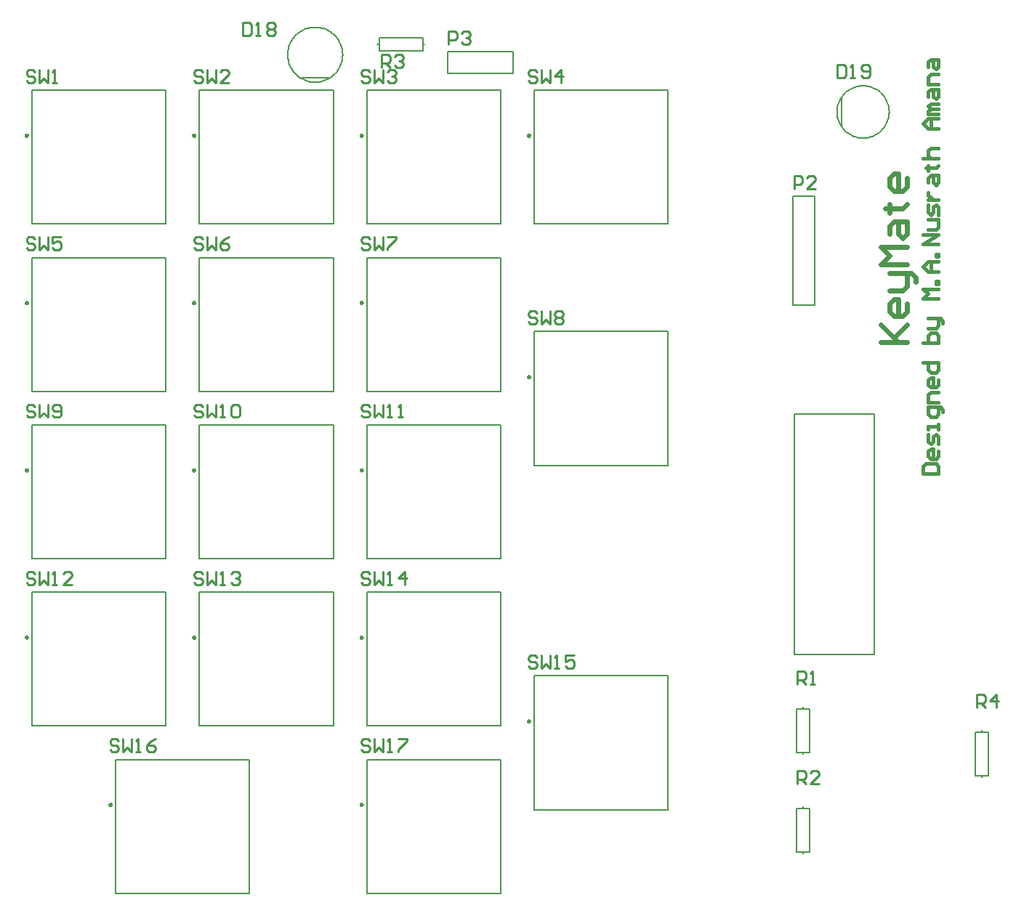
<source format=gto>
%FSTAX23Y23*%
%MOIN*%
%SFA1B1*%

%IPPOS*%
%ADD10C,0.009843*%
%ADD11C,0.005905*%
%ADD12C,0.007874*%
%ADD13C,0.017874*%
%ADD14C,0.021811*%
%ADD15C,0.010000*%
%LNpcb1-1*%
%LPD*%
G54D10*
X01125Y03679D02*
D01*
X01125Y03679*
X01125Y0368*
X01125Y0368*
X01125Y0368*
X01125Y03681*
X01125Y03681*
X01125Y03681*
X01125Y03682*
X01124Y03682*
X01124Y03682*
X01124Y03682*
X01124Y03683*
X01123Y03683*
X01123Y03683*
X01123Y03683*
X01123Y03683*
X01122Y03684*
X01122Y03684*
X01122Y03684*
X01121Y03684*
X01121Y03684*
X01121Y03684*
X0112*
X0112Y03684*
X0112Y03684*
X01119Y03684*
X01119Y03684*
X01119Y03684*
X01118Y03683*
X01118Y03683*
X01118Y03683*
X01117Y03683*
X01117Y03683*
X01117Y03682*
X01117Y03682*
X01116Y03682*
X01116Y03682*
X01116Y03681*
X01116Y03681*
X01116Y03681*
X01116Y0368*
X01116Y0368*
X01115Y0368*
X01115Y03679*
X01115Y03679*
X01115Y03679*
X01115Y03678*
X01116Y03678*
X01116Y03678*
X01116Y03677*
X01116Y03677*
X01116Y03677*
X01116Y03676*
X01116Y03676*
X01117Y03676*
X01117Y03676*
X01117Y03675*
X01117Y03675*
X01118Y03675*
X01118Y03675*
X01118Y03675*
X01119Y03674*
X01119Y03674*
X01119Y03674*
X0112Y03674*
X0112Y03674*
X0112Y03674*
X01121*
X01121Y03674*
X01121Y03674*
X01122Y03674*
X01122Y03674*
X01122Y03674*
X01123Y03675*
X01123Y03675*
X01123Y03675*
X01123Y03675*
X01124Y03675*
X01124Y03676*
X01124Y03676*
X01124Y03676*
X01125Y03676*
X01125Y03677*
X01125Y03677*
X01125Y03677*
X01125Y03678*
X01125Y03678*
X01125Y03678*
X01125Y03679*
X01125Y03679*
X01893Y02911D02*
D01*
X01893Y02912*
X01893Y02912*
X01893Y02912*
X01893Y02913*
X01893Y02913*
X01893Y02913*
X01892Y02914*
X01892Y02914*
X01892Y02914*
X01892Y02914*
X01892Y02915*
X01891Y02915*
X01891Y02915*
X01891Y02915*
X01891Y02916*
X0189Y02916*
X0189Y02916*
X0189Y02916*
X01889Y02916*
X01889Y02916*
X01889Y02916*
X01888Y02916*
X01888*
X01888Y02916*
X01887Y02916*
X01887Y02916*
X01887Y02916*
X01886Y02916*
X01886Y02916*
X01886Y02916*
X01885Y02915*
X01885Y02915*
X01885Y02915*
X01885Y02915*
X01884Y02914*
X01884Y02914*
X01884Y02914*
X01884Y02914*
X01884Y02913*
X01883Y02913*
X01883Y02913*
X01883Y02912*
X01883Y02912*
X01883Y02912*
X01883Y02911*
X01883Y02911*
X01883Y02911*
X01883Y0291*
X01883Y0291*
X01883Y0291*
X01884Y02909*
X01884Y02909*
X01884Y02909*
X01884Y02908*
X01884Y02908*
X01885Y02908*
X01885Y02908*
X01885Y02907*
X01885Y02907*
X01886Y02907*
X01886Y02907*
X01886Y02907*
X01887Y02907*
X01887Y02907*
X01887Y02906*
X01888Y02906*
X01888Y02906*
X01888*
X01889Y02906*
X01889Y02906*
X01889Y02907*
X0189Y02907*
X0189Y02907*
X0189Y02907*
X01891Y02907*
X01891Y02907*
X01891Y02907*
X01891Y02908*
X01892Y02908*
X01892Y02908*
X01892Y02908*
X01892Y02909*
X01892Y02909*
X01893Y02909*
X01893Y0291*
X01893Y0291*
X01893Y0291*
X01893Y02911*
X01893Y02911*
X01893Y02911*
Y01376D02*
D01*
X01893Y01376*
X01893Y01377*
X01893Y01377*
X01893Y01377*
X01893Y01378*
X01893Y01378*
X01892Y01378*
X01892Y01378*
X01892Y01379*
X01892Y01379*
X01892Y01379*
X01891Y0138*
X01891Y0138*
X01891Y0138*
X01891Y0138*
X0189Y0138*
X0189Y0138*
X0189Y01381*
X01889Y01381*
X01889Y01381*
X01889Y01381*
X01888Y01381*
X01888*
X01888Y01381*
X01887Y01381*
X01887Y01381*
X01887Y01381*
X01886Y0138*
X01886Y0138*
X01886Y0138*
X01885Y0138*
X01885Y0138*
X01885Y0138*
X01885Y01379*
X01884Y01379*
X01884Y01379*
X01884Y01378*
X01884Y01378*
X01884Y01378*
X01883Y01378*
X01883Y01377*
X01883Y01377*
X01883Y01377*
X01883Y01376*
X01883Y01376*
X01883Y01376*
X01883Y01375*
X01883Y01375*
X01883Y01375*
X01883Y01374*
X01884Y01374*
X01884Y01374*
X01884Y01373*
X01884Y01373*
X01884Y01373*
X01885Y01372*
X01885Y01372*
X01885Y01372*
X01885Y01372*
X01886Y01372*
X01886Y01371*
X01886Y01371*
X01887Y01371*
X01887Y01371*
X01887Y01371*
X01888Y01371*
X01888Y01371*
X01888*
X01889Y01371*
X01889Y01371*
X01889Y01371*
X0189Y01371*
X0189Y01371*
X0189Y01371*
X01891Y01372*
X01891Y01372*
X01891Y01372*
X01891Y01372*
X01892Y01372*
X01892Y01373*
X01892Y01373*
X01892Y01373*
X01892Y01374*
X01893Y01374*
X01893Y01374*
X01893Y01375*
X01893Y01375*
X01893Y01375*
X01893Y01376*
X01893Y01376*
X01125Y02144D02*
D01*
X01125Y02144*
X01125Y02144*
X01125Y02145*
X01125Y02145*
X01125Y02145*
X01125Y02146*
X01125Y02146*
X01125Y02146*
X01124Y02146*
X01124Y02147*
X01124Y02147*
X01124Y02147*
X01123Y02147*
X01123Y02148*
X01123Y02148*
X01123Y02148*
X01122Y02148*
X01122Y02148*
X01122Y02148*
X01121Y02148*
X01121Y02148*
X01121Y02149*
X0112*
X0112Y02148*
X0112Y02148*
X01119Y02148*
X01119Y02148*
X01119Y02148*
X01118Y02148*
X01118Y02148*
X01118Y02148*
X01117Y02147*
X01117Y02147*
X01117Y02147*
X01117Y02147*
X01116Y02146*
X01116Y02146*
X01116Y02146*
X01116Y02146*
X01116Y02145*
X01116Y02145*
X01116Y02145*
X01115Y02144*
X01115Y02144*
X01115Y02144*
X01115Y02143*
X01115Y02143*
X01116Y02143*
X01116Y02142*
X01116Y02142*
X01116Y02142*
X01116Y02141*
X01116Y02141*
X01116Y02141*
X01117Y0214*
X01117Y0214*
X01117Y0214*
X01117Y0214*
X01118Y0214*
X01118Y02139*
X01118Y02139*
X01119Y02139*
X01119Y02139*
X01119Y02139*
X0112Y02139*
X0112Y02139*
X0112Y02139*
X01121*
X01121Y02139*
X01121Y02139*
X01122Y02139*
X01122Y02139*
X01122Y02139*
X01123Y02139*
X01123Y02139*
X01123Y0214*
X01123Y0214*
X01124Y0214*
X01124Y0214*
X01124Y0214*
X01124Y02141*
X01125Y02141*
X01125Y02141*
X01125Y02142*
X01125Y02142*
X01125Y02142*
X01125Y02143*
X01125Y02143*
X01125Y02143*
X01125Y02144*
X00358Y02911D02*
D01*
X00358Y02912*
X00358Y02912*
X00357Y02912*
X00357Y02913*
X00357Y02913*
X00357Y02913*
X00357Y02914*
X00357Y02914*
X00357Y02914*
X00356Y02914*
X00356Y02915*
X00356Y02915*
X00356Y02915*
X00355Y02915*
X00355Y02916*
X00355Y02916*
X00354Y02916*
X00354Y02916*
X00354Y02916*
X00354Y02916*
X00353Y02916*
X00353Y02916*
X00352*
X00352Y02916*
X00352Y02916*
X00351Y02916*
X00351Y02916*
X00351Y02916*
X0035Y02916*
X0035Y02916*
X0035Y02915*
X0035Y02915*
X00349Y02915*
X00349Y02915*
X00349Y02914*
X00349Y02914*
X00348Y02914*
X00348Y02914*
X00348Y02913*
X00348Y02913*
X00348Y02913*
X00348Y02912*
X00348Y02912*
X00348Y02912*
X00348Y02911*
X00348Y02911*
X00348Y02911*
X00348Y0291*
X00348Y0291*
X00348Y0291*
X00348Y02909*
X00348Y02909*
X00348Y02909*
X00349Y02908*
X00349Y02908*
X00349Y02908*
X00349Y02908*
X0035Y02907*
X0035Y02907*
X0035Y02907*
X0035Y02907*
X00351Y02907*
X00351Y02907*
X00351Y02907*
X00352Y02906*
X00352Y02906*
X00352Y02906*
X00353*
X00353Y02906*
X00354Y02906*
X00354Y02907*
X00354Y02907*
X00354Y02907*
X00355Y02907*
X00355Y02907*
X00355Y02907*
X00356Y02907*
X00356Y02908*
X00356Y02908*
X00356Y02908*
X00357Y02908*
X00357Y02909*
X00357Y02909*
X00357Y02909*
X00357Y0291*
X00357Y0291*
X00357Y0291*
X00358Y02911*
X00358Y02911*
X00358Y02911*
Y03679D02*
D01*
X00358Y03679*
X00358Y0368*
X00357Y0368*
X00357Y0368*
X00357Y03681*
X00357Y03681*
X00357Y03681*
X00357Y03682*
X00357Y03682*
X00356Y03682*
X00356Y03682*
X00356Y03683*
X00356Y03683*
X00355Y03683*
X00355Y03683*
X00355Y03683*
X00354Y03684*
X00354Y03684*
X00354Y03684*
X00354Y03684*
X00353Y03684*
X00353Y03684*
X00352*
X00352Y03684*
X00352Y03684*
X00351Y03684*
X00351Y03684*
X00351Y03684*
X0035Y03683*
X0035Y03683*
X0035Y03683*
X0035Y03683*
X00349Y03683*
X00349Y03682*
X00349Y03682*
X00349Y03682*
X00348Y03682*
X00348Y03681*
X00348Y03681*
X00348Y03681*
X00348Y0368*
X00348Y0368*
X00348Y0368*
X00348Y03679*
X00348Y03679*
X00348Y03679*
X00348Y03678*
X00348Y03678*
X00348Y03678*
X00348Y03677*
X00348Y03677*
X00348Y03677*
X00348Y03676*
X00349Y03676*
X00349Y03676*
X00349Y03676*
X00349Y03675*
X0035Y03675*
X0035Y03675*
X0035Y03675*
X0035Y03675*
X00351Y03674*
X00351Y03674*
X00351Y03674*
X00352Y03674*
X00352Y03674*
X00352Y03674*
X00353*
X00353Y03674*
X00354Y03674*
X00354Y03674*
X00354Y03674*
X00354Y03674*
X00355Y03675*
X00355Y03675*
X00355Y03675*
X00356Y03675*
X00356Y03675*
X00356Y03676*
X00356Y03676*
X00357Y03676*
X00357Y03676*
X00357Y03677*
X00357Y03677*
X00357Y03677*
X00357Y03678*
X00357Y03678*
X00358Y03678*
X00358Y03679*
X00358Y03679*
Y04447D02*
D01*
X00358Y04447*
X00358Y04447*
X00357Y04448*
X00357Y04448*
X00357Y04448*
X00357Y04449*
X00357Y04449*
X00357Y04449*
X00357Y0445*
X00356Y0445*
X00356Y0445*
X00356Y0445*
X00356Y04451*
X00355Y04451*
X00355Y04451*
X00355Y04451*
X00354Y04451*
X00354Y04451*
X00354Y04452*
X00354Y04452*
X00353Y04452*
X00353Y04452*
X00352*
X00352Y04452*
X00352Y04452*
X00351Y04452*
X00351Y04451*
X00351Y04451*
X0035Y04451*
X0035Y04451*
X0035Y04451*
X0035Y04451*
X00349Y0445*
X00349Y0445*
X00349Y0445*
X00349Y0445*
X00348Y04449*
X00348Y04449*
X00348Y04449*
X00348Y04448*
X00348Y04448*
X00348Y04448*
X00348Y04447*
X00348Y04447*
X00348Y04447*
X00348Y04446*
X00348Y04446*
X00348Y04446*
X00348Y04445*
X00348Y04445*
X00348Y04445*
X00348Y04444*
X00348Y04444*
X00349Y04444*
X00349Y04444*
X00349Y04443*
X00349Y04443*
X0035Y04443*
X0035Y04443*
X0035Y04442*
X0035Y04442*
X00351Y04442*
X00351Y04442*
X00351Y04442*
X00352Y04442*
X00352Y04442*
X00352Y04442*
X00353*
X00353Y04442*
X00354Y04442*
X00354Y04442*
X00354Y04442*
X00354Y04442*
X00355Y04442*
X00355Y04442*
X00355Y04443*
X00356Y04443*
X00356Y04443*
X00356Y04443*
X00356Y04444*
X00357Y04444*
X00357Y04444*
X00357Y04444*
X00357Y04445*
X00357Y04445*
X00357Y04445*
X00357Y04446*
X00358Y04446*
X00358Y04446*
X00358Y04447*
Y02144D02*
D01*
X00358Y02144*
X00358Y02144*
X00357Y02145*
X00357Y02145*
X00357Y02145*
X00357Y02146*
X00357Y02146*
X00357Y02146*
X00357Y02146*
X00356Y02147*
X00356Y02147*
X00356Y02147*
X00356Y02147*
X00355Y02148*
X00355Y02148*
X00355Y02148*
X00354Y02148*
X00354Y02148*
X00354Y02148*
X00354Y02148*
X00353Y02148*
X00353Y02149*
X00352*
X00352Y02148*
X00352Y02148*
X00351Y02148*
X00351Y02148*
X00351Y02148*
X0035Y02148*
X0035Y02148*
X0035Y02148*
X0035Y02147*
X00349Y02147*
X00349Y02147*
X00349Y02147*
X00349Y02146*
X00348Y02146*
X00348Y02146*
X00348Y02146*
X00348Y02145*
X00348Y02145*
X00348Y02145*
X00348Y02144*
X00348Y02144*
X00348Y02144*
X00348Y02143*
X00348Y02143*
X00348Y02143*
X00348Y02142*
X00348Y02142*
X00348Y02142*
X00348Y02141*
X00348Y02141*
X00349Y02141*
X00349Y0214*
X00349Y0214*
X00349Y0214*
X0035Y0214*
X0035Y0214*
X0035Y02139*
X0035Y02139*
X00351Y02139*
X00351Y02139*
X00351Y02139*
X00352Y02139*
X00352Y02139*
X00352Y02139*
X00353*
X00353Y02139*
X00354Y02139*
X00354Y02139*
X00354Y02139*
X00354Y02139*
X00355Y02139*
X00355Y02139*
X00355Y0214*
X00356Y0214*
X00356Y0214*
X00356Y0214*
X00356Y0214*
X00357Y02141*
X00357Y02141*
X00357Y02141*
X00357Y02142*
X00357Y02142*
X00357Y02142*
X00357Y02143*
X00358Y02143*
X00358Y02143*
X00358Y02144*
X01125Y02911D02*
D01*
X01125Y02912*
X01125Y02912*
X01125Y02912*
X01125Y02913*
X01125Y02913*
X01125Y02913*
X01125Y02914*
X01125Y02914*
X01124Y02914*
X01124Y02914*
X01124Y02915*
X01124Y02915*
X01123Y02915*
X01123Y02915*
X01123Y02916*
X01123Y02916*
X01122Y02916*
X01122Y02916*
X01122Y02916*
X01121Y02916*
X01121Y02916*
X01121Y02916*
X0112*
X0112Y02916*
X0112Y02916*
X01119Y02916*
X01119Y02916*
X01119Y02916*
X01118Y02916*
X01118Y02916*
X01118Y02915*
X01117Y02915*
X01117Y02915*
X01117Y02915*
X01117Y02914*
X01116Y02914*
X01116Y02914*
X01116Y02914*
X01116Y02913*
X01116Y02913*
X01116Y02913*
X01116Y02912*
X01115Y02912*
X01115Y02912*
X01115Y02911*
X01115Y02911*
X01115Y02911*
X01116Y0291*
X01116Y0291*
X01116Y0291*
X01116Y02909*
X01116Y02909*
X01116Y02909*
X01116Y02908*
X01117Y02908*
X01117Y02908*
X01117Y02908*
X01117Y02907*
X01118Y02907*
X01118Y02907*
X01118Y02907*
X01119Y02907*
X01119Y02907*
X01119Y02907*
X0112Y02906*
X0112Y02906*
X0112Y02906*
X01121*
X01121Y02906*
X01121Y02906*
X01122Y02907*
X01122Y02907*
X01122Y02907*
X01123Y02907*
X01123Y02907*
X01123Y02907*
X01123Y02907*
X01124Y02908*
X01124Y02908*
X01124Y02908*
X01124Y02908*
X01125Y02909*
X01125Y02909*
X01125Y02909*
X01125Y0291*
X01125Y0291*
X01125Y0291*
X01125Y02911*
X01125Y02911*
X01125Y02911*
X01893Y02144D02*
D01*
X01893Y02144*
X01893Y02144*
X01893Y02145*
X01893Y02145*
X01893Y02145*
X01893Y02146*
X01892Y02146*
X01892Y02146*
X01892Y02146*
X01892Y02147*
X01892Y02147*
X01891Y02147*
X01891Y02147*
X01891Y02148*
X01891Y02148*
X0189Y02148*
X0189Y02148*
X0189Y02148*
X01889Y02148*
X01889Y02148*
X01889Y02148*
X01888Y02149*
X01888*
X01888Y02148*
X01887Y02148*
X01887Y02148*
X01887Y02148*
X01886Y02148*
X01886Y02148*
X01886Y02148*
X01885Y02148*
X01885Y02147*
X01885Y02147*
X01885Y02147*
X01884Y02147*
X01884Y02146*
X01884Y02146*
X01884Y02146*
X01884Y02146*
X01883Y02145*
X01883Y02145*
X01883Y02145*
X01883Y02144*
X01883Y02144*
X01883Y02144*
X01883Y02143*
X01883Y02143*
X01883Y02143*
X01883Y02142*
X01883Y02142*
X01884Y02142*
X01884Y02141*
X01884Y02141*
X01884Y02141*
X01884Y0214*
X01885Y0214*
X01885Y0214*
X01885Y0214*
X01885Y0214*
X01886Y02139*
X01886Y02139*
X01886Y02139*
X01887Y02139*
X01887Y02139*
X01887Y02139*
X01888Y02139*
X01888Y02139*
X01888*
X01889Y02139*
X01889Y02139*
X01889Y02139*
X0189Y02139*
X0189Y02139*
X0189Y02139*
X01891Y02139*
X01891Y0214*
X01891Y0214*
X01891Y0214*
X01892Y0214*
X01892Y0214*
X01892Y02141*
X01892Y02141*
X01892Y02141*
X01893Y02142*
X01893Y02142*
X01893Y02142*
X01893Y02143*
X01893Y02143*
X01893Y02143*
X01893Y02144*
X02661Y04447D02*
D01*
X02661Y04447*
X02661Y04447*
X02661Y04448*
X02661Y04448*
X0266Y04448*
X0266Y04449*
X0266Y04449*
X0266Y04449*
X0266Y0445*
X0266Y0445*
X02659Y0445*
X02659Y0445*
X02659Y04451*
X02659Y04451*
X02658Y04451*
X02658Y04451*
X02658Y04451*
X02657Y04451*
X02657Y04452*
X02657Y04452*
X02656Y04452*
X02656Y04452*
X02656*
X02655Y04452*
X02655Y04452*
X02655Y04452*
X02654Y04451*
X02654Y04451*
X02654Y04451*
X02653Y04451*
X02653Y04451*
X02653Y04451*
X02653Y0445*
X02652Y0445*
X02652Y0445*
X02652Y0445*
X02652Y04449*
X02651Y04449*
X02651Y04449*
X02651Y04448*
X02651Y04448*
X02651Y04448*
X02651Y04447*
X02651Y04447*
X02651Y04447*
X02651Y04446*
X02651Y04446*
X02651Y04446*
X02651Y04445*
X02651Y04445*
X02651Y04445*
X02651Y04444*
X02652Y04444*
X02652Y04444*
X02652Y04444*
X02652Y04443*
X02653Y04443*
X02653Y04443*
X02653Y04443*
X02653Y04442*
X02654Y04442*
X02654Y04442*
X02654Y04442*
X02655Y04442*
X02655Y04442*
X02655Y04442*
X02656Y04442*
X02656*
X02656Y04442*
X02657Y04442*
X02657Y04442*
X02657Y04442*
X02658Y04442*
X02658Y04442*
X02658Y04442*
X02659Y04443*
X02659Y04443*
X02659Y04443*
X02659Y04443*
X0266Y04444*
X0266Y04444*
X0266Y04444*
X0266Y04444*
X0266Y04445*
X0266Y04445*
X02661Y04445*
X02661Y04446*
X02661Y04446*
X02661Y04446*
X02661Y04447*
X01893D02*
D01*
X01893Y04447*
X01893Y04447*
X01893Y04448*
X01893Y04448*
X01893Y04448*
X01893Y04449*
X01892Y04449*
X01892Y04449*
X01892Y0445*
X01892Y0445*
X01892Y0445*
X01891Y0445*
X01891Y04451*
X01891Y04451*
X01891Y04451*
X0189Y04451*
X0189Y04451*
X0189Y04451*
X01889Y04452*
X01889Y04452*
X01889Y04452*
X01888Y04452*
X01888*
X01888Y04452*
X01887Y04452*
X01887Y04452*
X01887Y04451*
X01886Y04451*
X01886Y04451*
X01886Y04451*
X01885Y04451*
X01885Y04451*
X01885Y0445*
X01885Y0445*
X01884Y0445*
X01884Y0445*
X01884Y04449*
X01884Y04449*
X01884Y04449*
X01883Y04448*
X01883Y04448*
X01883Y04448*
X01883Y04447*
X01883Y04447*
X01883Y04447*
X01883Y04446*
X01883Y04446*
X01883Y04446*
X01883Y04445*
X01883Y04445*
X01884Y04445*
X01884Y04444*
X01884Y04444*
X01884Y04444*
X01884Y04444*
X01885Y04443*
X01885Y04443*
X01885Y04443*
X01885Y04443*
X01886Y04442*
X01886Y04442*
X01886Y04442*
X01887Y04442*
X01887Y04442*
X01887Y04442*
X01888Y04442*
X01888Y04442*
X01888*
X01889Y04442*
X01889Y04442*
X01889Y04442*
X0189Y04442*
X0189Y04442*
X0189Y04442*
X01891Y04442*
X01891Y04443*
X01891Y04443*
X01891Y04443*
X01892Y04443*
X01892Y04444*
X01892Y04444*
X01892Y04444*
X01892Y04444*
X01893Y04445*
X01893Y04445*
X01893Y04445*
X01893Y04446*
X01893Y04446*
X01893Y04446*
X01893Y04447*
X01125D02*
D01*
X01125Y04447*
X01125Y04447*
X01125Y04448*
X01125Y04448*
X01125Y04448*
X01125Y04449*
X01125Y04449*
X01125Y04449*
X01124Y0445*
X01124Y0445*
X01124Y0445*
X01124Y0445*
X01123Y04451*
X01123Y04451*
X01123Y04451*
X01123Y04451*
X01122Y04451*
X01122Y04451*
X01122Y04452*
X01121Y04452*
X01121Y04452*
X01121Y04452*
X0112*
X0112Y04452*
X0112Y04452*
X01119Y04452*
X01119Y04451*
X01119Y04451*
X01118Y04451*
X01118Y04451*
X01118Y04451*
X01117Y04451*
X01117Y0445*
X01117Y0445*
X01117Y0445*
X01116Y0445*
X01116Y04449*
X01116Y04449*
X01116Y04449*
X01116Y04448*
X01116Y04448*
X01116Y04448*
X01115Y04447*
X01115Y04447*
X01115Y04447*
X01115Y04446*
X01115Y04446*
X01116Y04446*
X01116Y04445*
X01116Y04445*
X01116Y04445*
X01116Y04444*
X01116Y04444*
X01116Y04444*
X01117Y04444*
X01117Y04443*
X01117Y04443*
X01117Y04443*
X01118Y04443*
X01118Y04442*
X01118Y04442*
X01119Y04442*
X01119Y04442*
X01119Y04442*
X0112Y04442*
X0112Y04442*
X0112Y04442*
X01121*
X01121Y04442*
X01121Y04442*
X01122Y04442*
X01122Y04442*
X01122Y04442*
X01123Y04442*
X01123Y04442*
X01123Y04443*
X01123Y04443*
X01124Y04443*
X01124Y04443*
X01124Y04444*
X01124Y04444*
X01125Y04444*
X01125Y04444*
X01125Y04445*
X01125Y04445*
X01125Y04445*
X01125Y04446*
X01125Y04446*
X01125Y04446*
X01125Y04447*
X02661Y03339D02*
D01*
X02661Y0334*
X02661Y0334*
X02661Y0334*
X02661Y03341*
X0266Y03341*
X0266Y03341*
X0266Y03342*
X0266Y03342*
X0266Y03342*
X0266Y03343*
X02659Y03343*
X02659Y03343*
X02659Y03343*
X02659Y03344*
X02658Y03344*
X02658Y03344*
X02658Y03344*
X02657Y03344*
X02657Y03344*
X02657Y03344*
X02656Y03344*
X02656Y03344*
X02656*
X02655Y03344*
X02655Y03344*
X02655Y03344*
X02654Y03344*
X02654Y03344*
X02654Y03344*
X02653Y03344*
X02653Y03344*
X02653Y03343*
X02653Y03343*
X02652Y03343*
X02652Y03343*
X02652Y03342*
X02652Y03342*
X02651Y03342*
X02651Y03341*
X02651Y03341*
X02651Y03341*
X02651Y0334*
X02651Y0334*
X02651Y0334*
X02651Y03339*
X02651Y03339*
X02651Y03339*
X02651Y03338*
X02651Y03338*
X02651Y03338*
X02651Y03337*
X02651Y03337*
X02652Y03337*
X02652Y03337*
X02652Y03336*
X02652Y03336*
X02653Y03336*
X02653Y03336*
X02653Y03335*
X02653Y03335*
X02654Y03335*
X02654Y03335*
X02654Y03335*
X02655Y03335*
X02655Y03335*
X02655Y03335*
X02656Y03335*
X02656*
X02656Y03335*
X02657Y03335*
X02657Y03335*
X02657Y03335*
X02658Y03335*
X02658Y03335*
X02658Y03335*
X02659Y03335*
X02659Y03336*
X02659Y03336*
X02659Y03336*
X0266Y03336*
X0266Y03337*
X0266Y03337*
X0266Y03337*
X0266Y03337*
X0266Y03338*
X02661Y03338*
X02661Y03338*
X02661Y03339*
X02661Y03339*
X02661Y03339*
X01893Y03679D02*
D01*
X01893Y03679*
X01893Y0368*
X01893Y0368*
X01893Y0368*
X01893Y03681*
X01893Y03681*
X01892Y03681*
X01892Y03682*
X01892Y03682*
X01892Y03682*
X01892Y03682*
X01891Y03683*
X01891Y03683*
X01891Y03683*
X01891Y03683*
X0189Y03683*
X0189Y03684*
X0189Y03684*
X01889Y03684*
X01889Y03684*
X01889Y03684*
X01888Y03684*
X01888*
X01888Y03684*
X01887Y03684*
X01887Y03684*
X01887Y03684*
X01886Y03684*
X01886Y03683*
X01886Y03683*
X01885Y03683*
X01885Y03683*
X01885Y03683*
X01885Y03682*
X01884Y03682*
X01884Y03682*
X01884Y03682*
X01884Y03681*
X01884Y03681*
X01883Y03681*
X01883Y0368*
X01883Y0368*
X01883Y0368*
X01883Y03679*
X01883Y03679*
X01883Y03679*
X01883Y03678*
X01883Y03678*
X01883Y03678*
X01883Y03677*
X01884Y03677*
X01884Y03677*
X01884Y03676*
X01884Y03676*
X01884Y03676*
X01885Y03676*
X01885Y03675*
X01885Y03675*
X01885Y03675*
X01886Y03675*
X01886Y03675*
X01886Y03674*
X01887Y03674*
X01887Y03674*
X01887Y03674*
X01888Y03674*
X01888Y03674*
X01888*
X01889Y03674*
X01889Y03674*
X01889Y03674*
X0189Y03674*
X0189Y03674*
X0189Y03675*
X01891Y03675*
X01891Y03675*
X01891Y03675*
X01891Y03675*
X01892Y03676*
X01892Y03676*
X01892Y03676*
X01892Y03676*
X01892Y03677*
X01893Y03677*
X01893Y03677*
X01893Y03678*
X01893Y03678*
X01893Y03678*
X01893Y03679*
X01893Y03679*
X02661Y0176D02*
D01*
X02661Y0176*
X02661Y0176*
X02661Y01761*
X02661Y01761*
X0266Y01761*
X0266Y01762*
X0266Y01762*
X0266Y01762*
X0266Y01763*
X0266Y01763*
X02659Y01763*
X02659Y01763*
X02659Y01764*
X02659Y01764*
X02658Y01764*
X02658Y01764*
X02658Y01764*
X02657Y01764*
X02657Y01765*
X02657Y01765*
X02656Y01765*
X02656Y01765*
X02656*
X02655Y01765*
X02655Y01765*
X02655Y01765*
X02654Y01764*
X02654Y01764*
X02654Y01764*
X02653Y01764*
X02653Y01764*
X02653Y01764*
X02653Y01763*
X02652Y01763*
X02652Y01763*
X02652Y01763*
X02652Y01762*
X02651Y01762*
X02651Y01762*
X02651Y01761*
X02651Y01761*
X02651Y01761*
X02651Y0176*
X02651Y0176*
X02651Y0176*
X02651Y01759*
X02651Y01759*
X02651Y01759*
X02651Y01758*
X02651Y01758*
X02651Y01758*
X02651Y01757*
X02652Y01757*
X02652Y01757*
X02652Y01757*
X02652Y01756*
X02653Y01756*
X02653Y01756*
X02653Y01756*
X02653Y01755*
X02654Y01755*
X02654Y01755*
X02654Y01755*
X02655Y01755*
X02655Y01755*
X02655Y01755*
X02656Y01755*
X02656*
X02656Y01755*
X02657Y01755*
X02657Y01755*
X02657Y01755*
X02658Y01755*
X02658Y01755*
X02658Y01755*
X02659Y01756*
X02659Y01756*
X02659Y01756*
X02659Y01756*
X0266Y01757*
X0266Y01757*
X0266Y01757*
X0266Y01757*
X0266Y01758*
X0266Y01758*
X02661Y01758*
X02661Y01759*
X02661Y01759*
X02661Y01759*
X02661Y0176*
X00741Y01376D02*
D01*
X00741Y01376*
X00741Y01377*
X00741Y01377*
X00741Y01377*
X00741Y01378*
X00741Y01378*
X00741Y01378*
X00741Y01378*
X0074Y01379*
X0074Y01379*
X0074Y01379*
X0074Y0138*
X0074Y0138*
X00739Y0138*
X00739Y0138*
X00739Y0138*
X00738Y0138*
X00738Y01381*
X00738Y01381*
X00737Y01381*
X00737Y01381*
X00737Y01381*
X00736*
X00736Y01381*
X00736Y01381*
X00735Y01381*
X00735Y01381*
X00735Y0138*
X00734Y0138*
X00734Y0138*
X00734Y0138*
X00733Y0138*
X00733Y0138*
X00733Y01379*
X00733Y01379*
X00733Y01379*
X00732Y01378*
X00732Y01378*
X00732Y01378*
X00732Y01378*
X00732Y01377*
X00732Y01377*
X00732Y01377*
X00732Y01376*
X00732Y01376*
X00732Y01376*
X00732Y01375*
X00732Y01375*
X00732Y01375*
X00732Y01374*
X00732Y01374*
X00732Y01374*
X00732Y01373*
X00733Y01373*
X00733Y01373*
X00733Y01372*
X00733Y01372*
X00733Y01372*
X00734Y01372*
X00734Y01372*
X00734Y01371*
X00735Y01371*
X00735Y01371*
X00735Y01371*
X00736Y01371*
X00736Y01371*
X00736Y01371*
X00737*
X00737Y01371*
X00737Y01371*
X00738Y01371*
X00738Y01371*
X00738Y01371*
X00739Y01371*
X00739Y01372*
X00739Y01372*
X0074Y01372*
X0074Y01372*
X0074Y01372*
X0074Y01373*
X0074Y01373*
X00741Y01373*
X00741Y01374*
X00741Y01374*
X00741Y01374*
X00741Y01375*
X00741Y01375*
X00741Y01375*
X00741Y01376*
X00741Y01376*
G54D11*
X01803Y04817D02*
D01*
X01802Y04826*
X01801Y04835*
X018Y04843*
X01798Y04852*
X01795Y0486*
X01792Y04868*
X01788Y04876*
X01784Y04884*
X01779Y04891*
X01773Y04898*
X01767Y04905*
X01761Y04911*
X01754Y04916*
X01747Y04922*
X0174Y04926*
X01732Y0493*
X01724Y04934*
X01716Y04937*
X01707Y04939*
X01699Y04941*
X0169Y04943*
X01681Y04943*
X01672*
X01663Y04943*
X01655Y04941*
X01646Y04939*
X01638Y04937*
X01629Y04934*
X01621Y0493*
X01614Y04926*
X01606Y04922*
X01599Y04916*
X01592Y04911*
X01586Y04905*
X0158Y04898*
X01575Y04891*
X0157Y04884*
X01565Y04876*
X01562Y04868*
X01558Y0486*
X01556Y04852*
X01553Y04843*
X01552Y04835*
X01551Y04826*
X01551Y04817*
X01551Y04808*
X01552Y048*
X01553Y04791*
X01556Y04782*
X01558Y04774*
X01562Y04766*
X01565Y04758*
X0157Y0475*
X01575Y04743*
X0158Y04736*
X01586Y0473*
X01592Y04724*
X01599Y04718*
X01606Y04713*
X01614Y04708*
X01621Y04704*
X01629Y047*
X01638Y04697*
X01646Y04695*
X01655Y04693*
X01663Y04692*
X01672Y04691*
X01681*
X0169Y04692*
X01699Y04693*
X01707Y04695*
X01716Y04697*
X01724Y047*
X01732Y04704*
X0174Y04708*
X01747Y04713*
X01754Y04718*
X01761Y04724*
X01767Y0473*
X01773Y04736*
X01779Y04743*
X01784Y0475*
X01788Y04758*
X01792Y04766*
X01795Y04774*
X01798Y04782*
X018Y04791*
X01801Y048*
X01802Y04808*
X01803Y04817*
X0431Y04555D02*
D01*
X04309Y04563*
X04309Y04571*
X04307Y0458*
X04305Y04588*
X04302Y04596*
X04299Y04603*
X04296Y04611*
X04291Y04618*
X04287Y04625*
X04282Y04632*
X04276Y04638*
X0427Y04644*
X04264Y04649*
X04257Y04654*
X0425Y04659*
X04242Y04663*
X04235Y04666*
X04227Y04669*
X04219Y04671*
X04211Y04673*
X04202Y04674*
X04194Y04675*
X04185*
X04177Y04674*
X04169Y04673*
X04161Y04671*
X04153Y04669*
X04145Y04666*
X04137Y04663*
X0413Y04659*
X04123Y04654*
X04116Y04649*
X04109Y04644*
X04103Y04638*
X04098Y04632*
X04093Y04625*
X04088Y04618*
X04084Y04611*
X0408Y04603*
X04077Y04596*
X04074Y04588*
X04072Y0458*
X04071Y04571*
X0407Y04563*
X0407Y04555*
X0407Y04546*
X04071Y04538*
X04072Y0453*
X04074Y04522*
X04077Y04514*
X0408Y04506*
X04084Y04498*
X04088Y04491*
X04093Y04484*
X04098Y04477*
X04103Y04471*
X04109Y04465*
X04116Y0446*
X04123Y04455*
X0413Y04451*
X04137Y04447*
X04145Y04443*
X04153Y0444*
X04161Y04438*
X04169Y04436*
X04177Y04435*
X04185Y04435*
X04194*
X04202Y04435*
X04211Y04436*
X04219Y04438*
X04227Y0444*
X04235Y04443*
X04242Y04447*
X0425Y04451*
X04257Y04455*
X04264Y0446*
X0427Y04465*
X04276Y04471*
X04282Y04477*
X04287Y04484*
X04291Y04491*
X04296Y04498*
X04299Y04506*
X04302Y04514*
X04305Y04522*
X04307Y0453*
X04309Y04538*
X04309Y04546*
X0431Y04555*
G54D12*
X02283Y04731D02*
Y04831D01*
X02583*
Y04731D02*
Y04831D01*
X02283Y04731D02*
X02583D01*
X01146Y03272D02*
Y03886D01*
Y03272D02*
X0176D01*
Y03886*
X01146D02*
X0176D01*
X01914Y02504D02*
Y03118D01*
Y02504D02*
X02528D01*
Y03118*
X01914D02*
X02528D01*
X01914Y00969D02*
Y01583D01*
Y00969D02*
X02528D01*
Y01583*
X01914D02*
X02528D01*
X01146Y01737D02*
Y02351D01*
Y01737D02*
X0176D01*
Y02351*
X01146D02*
X0176D01*
X00378Y02504D02*
Y03118D01*
Y02504D02*
X00992D01*
Y03118*
X00378D02*
X00992D01*
X00378Y03272D02*
Y03886D01*
Y03272D02*
X00992D01*
Y03886*
X00378D02*
X00992D01*
X00378Y0404D02*
Y04654D01*
Y0404D02*
X00992D01*
Y04654*
X00378D02*
X00992D01*
X00378Y01737D02*
Y02351D01*
Y01737D02*
X00992D01*
Y02351*
X00378D02*
X00992D01*
X01961Y04866D02*
X0197D01*
X0217D02*
X02179D01*
X0197D02*
Y04896D01*
X0217*
Y04836D02*
Y04896D01*
X0197Y04836D02*
X0217D01*
X0197D02*
Y04866D01*
X01614Y0471D02*
X0174D01*
X01146Y02504D02*
Y03118D01*
Y02504D02*
X0176D01*
Y03118*
X01146D02*
X0176D01*
X03873Y03169D02*
X04242D01*
Y02066D02*
Y03169D01*
X03873Y02066D02*
X04242D01*
X03873D02*
Y03169D01*
X04092Y04492D02*
Y04618D01*
X04706Y01709D02*
X04736D01*
X04706Y01509D02*
Y01709D01*
Y01509D02*
X04766D01*
Y01709*
X04736D02*
X04766D01*
X04736Y015D02*
Y01509D01*
Y01709D02*
Y01718D01*
X01914Y02351D02*
X02528D01*
Y01737D02*
Y02351D01*
X01914Y01737D02*
X02528D01*
X01914D02*
Y02351D01*
X03867Y03667D02*
X03967D01*
X03867D02*
Y04167D01*
X03967Y03667D02*
Y04167D01*
X03867D02*
X03967D01*
X03883Y01816D02*
X03913D01*
X03883Y01616D02*
Y01816D01*
Y01616D02*
X03943D01*
Y01816*
X03913D02*
X03943D01*
X03913Y01607D02*
Y01616D01*
Y01816D02*
Y01825D01*
X02681Y04654D02*
X03296D01*
Y0404D02*
Y04654D01*
X02681Y0404D02*
X03296D01*
X02681D02*
Y04654D01*
X01914D02*
X02528D01*
Y0404D02*
Y04654D01*
X01914Y0404D02*
X02528D01*
X01914D02*
Y04654D01*
X01146D02*
X0176D01*
Y0404D02*
Y04654D01*
X01146Y0404D02*
X0176D01*
X01146D02*
Y04654D01*
X03883Y01359D02*
X03913D01*
X03883Y01159D02*
Y01359D01*
Y01159D02*
X03943D01*
Y01359*
X03913D02*
X03943D01*
X03913Y0115D02*
Y01159D01*
Y01359D02*
Y01368D01*
X02681Y03547D02*
X03296D01*
Y02932D02*
Y03547D01*
X02681Y02932D02*
X03296D01*
X02681D02*
Y03547D01*
X01914Y03886D02*
X02528D01*
Y03272D02*
Y03886D01*
X01914Y03272D02*
X02528D01*
X01914D02*
Y03886D01*
X02681Y01967D02*
X03296D01*
Y01353D02*
Y01967D01*
X02681Y01353D02*
X03296D01*
X02681D02*
Y01967D01*
X00762Y01583D02*
X01376D01*
Y00969D02*
Y01583D01*
X00762Y00969D02*
X01376D01*
X00762D02*
Y01583D01*
G54D13*
X04466Y02895D02*
X04534D01*
Y02929*
X04523Y02941*
X04477*
X04466Y02929*
Y02895*
X04534Y02997D02*
Y02974D01*
X04523Y02963*
X045*
X04489Y02974*
Y02997*
X045Y03008*
X04511*
Y02963*
X04534Y03031D02*
Y03065D01*
X04523Y03076*
X04511Y03065*
Y03042*
X045Y03031*
X04489Y03042*
Y03076*
X04534Y03099D02*
Y03122D01*
Y0311*
X04489*
Y03099*
X04556Y03178D02*
Y03189D01*
X04545Y03201*
X04489*
Y03167*
X045Y03155*
X04523*
X04534Y03167*
Y03201*
Y03223D02*
X04489D01*
Y03257*
X045Y03269*
X04534*
Y03325D02*
Y03302D01*
X04523Y03291*
X045*
X04489Y03302*
Y03325*
X045Y03336*
X04511*
Y03291*
X04466Y03404D02*
X04534D01*
Y0337*
X04523Y03359*
X045*
X04489Y0337*
Y03404*
X04466Y03495D02*
X04534D01*
Y03529*
X04523Y0354*
X04511*
X045*
X04489Y03529*
Y03495*
Y03563D02*
X04523D01*
X04534Y03574*
Y03608*
X04545*
X04556Y03596*
Y03585*
X04534Y03608D02*
X04489D01*
X04534Y03698D02*
X04466D01*
X04489Y03721*
X04466Y03743*
X04534*
Y03766D02*
X04523D01*
Y03777*
X04534*
Y03766*
Y03823D02*
X04489D01*
X04466Y03845*
X04489Y03868*
X04534*
X045*
Y03823*
X04534Y0389D02*
X04523D01*
Y03902*
X04534*
Y0389*
Y03947D02*
X04466D01*
X04534Y03992*
X04466*
X04489Y04015D02*
X04523D01*
X04534Y04026*
Y0406*
X04489*
X04534Y04083D02*
Y04117D01*
X04523Y04128*
X04511Y04117*
Y04094*
X045Y04083*
X04489Y04094*
Y04128*
Y04151D02*
X04534D01*
X04511*
X045Y04162*
X04489Y04173*
Y04185*
Y0423D02*
Y04252D01*
X045Y04264*
X04534*
Y0423*
X04523Y04218*
X04511Y0423*
Y04264*
X04477Y04298D02*
X04489D01*
Y04286*
Y04309*
Y04298*
X04523*
X04534Y04309*
X04466Y04343D02*
X04534D01*
X045*
X04489Y04354*
Y04377*
X045Y04388*
X04534*
Y04479D02*
X04489D01*
X04466Y04501*
X04489Y04524*
X04534*
X045*
Y04479*
X04534Y04546D02*
X04489D01*
Y04558*
X045Y04569*
X04534*
X045*
X04489Y0458*
X045Y04592*
X04534*
X04489Y04626D02*
Y04648D01*
X045Y04659*
X04534*
Y04626*
X04523Y04614*
X04511Y04626*
Y04659*
X04534Y04682D02*
X04489D01*
Y04716*
X045Y04727*
X04534*
X04489Y04761D02*
Y04784D01*
X045Y04795*
X04534*
Y04761*
X04523Y0475*
X04511Y04761*
Y04795*
G54D14*
X04272Y03498D02*
X04391D01*
X04351*
X04272Y03577*
X04331Y03518*
X04391Y03577*
Y03676D02*
Y03637D01*
X04371Y03617*
X04331*
X04311Y03637*
Y03676*
X04331Y03696*
X04351*
Y03617*
X04311Y03736D02*
X04371D01*
X04391Y03756*
Y03815*
X04411*
X0443Y03795*
Y03775*
X04391Y03815D02*
X04311D01*
X04391Y03855D02*
X04272D01*
X04311Y03894*
X04272Y03934*
X04391*
X04311Y03994D02*
Y04033D01*
X04331Y04053*
X04391*
Y03994*
X04371Y03974*
X04351Y03994*
Y04053*
X04292Y04113D02*
X04311D01*
Y04093*
Y04132*
Y04113*
X04371*
X04391Y04132*
Y04251D02*
Y04212D01*
X04371Y04192*
X04331*
X04311Y04212*
Y04251*
X04331Y04271*
X04351*
Y04192*
G54D15*
X02289Y04866D02*
Y04925D01*
X02318*
X02328Y04915*
Y04895*
X02318Y04885*
X02289*
X02348Y04915D02*
X02358Y04925D01*
X02378*
X02388Y04915*
Y04905*
X02378Y04895*
X02368*
X02378*
X02388Y04885*
Y04875*
X02378Y04866*
X02358*
X02348Y04875*
X0116Y03971D02*
X0115Y03981D01*
X0113*
X01121Y03971*
Y03961*
X0113Y03951*
X0115*
X0116Y03941*
Y03931*
X0115Y03922*
X0113*
X01121Y03931*
X0118Y03981D02*
Y03922D01*
X012Y03941*
X0122Y03922*
Y03981*
X0128D02*
X0126Y03971D01*
X0124Y03951*
Y03931*
X0125Y03922*
X0127*
X0128Y03931*
Y03941*
X0127Y03951*
X0124*
X01928Y03203D02*
X01918Y03213D01*
X01898*
X01889Y03203*
Y03193*
X01898Y03183*
X01918*
X01928Y03173*
Y03163*
X01918Y03154*
X01898*
X01889Y03163*
X01948Y03213D02*
Y03154D01*
X01968Y03173*
X01988Y03154*
Y03213*
X02008Y03154D02*
X02028D01*
X02018*
Y03213*
X02008Y03203*
X02058Y03154D02*
X02078D01*
X02068*
Y03213*
X02058Y03203*
X04712Y01821D02*
Y0188D01*
X04741*
X04751Y0187*
Y0185*
X04741Y0184*
X04712*
X04731D02*
X04751Y01821D01*
X04801D02*
Y0188D01*
X04771Y0185*
X04811*
X04072Y04772D02*
Y04713D01*
X04101*
X04111Y04722*
Y04762*
X04101Y04772*
X04072*
X04131Y04713D02*
X04151D01*
X04141*
Y04772*
X04131Y04762*
X04181Y04722D02*
X04191Y04713D01*
X04211*
X04221Y04722*
Y04762*
X04211Y04772*
X04191*
X04181Y04762*
Y04752*
X04191Y04742*
X04221*
X00392Y03203D02*
X00382Y03213D01*
X00362*
X00353Y03203*
Y03193*
X00362Y03183*
X00382*
X00392Y03173*
Y03163*
X00382Y03154*
X00362*
X00353Y03163*
X00412Y03213D02*
Y03154D01*
X00432Y03173*
X00452Y03154*
Y03213*
X00472Y03163D02*
X00482Y03154D01*
X00502*
X00512Y03163*
Y03203*
X00502Y03213*
X00482*
X00472Y03203*
Y03193*
X00482Y03183*
X00512*
X01928Y01667D02*
X01918Y01677D01*
X01898*
X01889Y01667*
Y01657*
X01898Y01647*
X01918*
X01928Y01637*
Y01627*
X01918Y01618*
X01898*
X01889Y01627*
X01948Y01677D02*
Y01618D01*
X01968Y01637*
X01988Y01618*
Y01677*
X02008Y01618D02*
X02028D01*
X02018*
Y01677*
X02008Y01667*
X02058Y01677D02*
X02098D01*
Y01667*
X02058Y01627*
Y01618*
X00776Y01667D02*
X00766Y01677D01*
X00746*
X00737Y01667*
Y01657*
X00746Y01647*
X00766*
X00776Y01637*
Y01627*
X00766Y01618*
X00746*
X00737Y01627*
X00796Y01677D02*
Y01618D01*
X00816Y01637*
X00836Y01618*
Y01677*
X00856Y01618D02*
X00876D01*
X00866*
Y01677*
X00856Y01667*
X00946Y01677D02*
X00926Y01667D01*
X00906Y01647*
Y01627*
X00916Y01618*
X00936*
X00946Y01627*
Y01637*
X00936Y01647*
X00906*
X00392Y02435D02*
X00382Y02445D01*
X00362*
X00353Y02435*
Y02425*
X00362Y02415*
X00382*
X00392Y02405*
Y02395*
X00382Y02386*
X00362*
X00353Y02395*
X00412Y02445D02*
Y02386D01*
X00432Y02405*
X00452Y02386*
Y02445*
X00472Y02386D02*
X00492D01*
X00482*
Y02445*
X00472Y02435*
X00562Y02386D02*
X00522D01*
X00562Y02425*
Y02435*
X00552Y02445*
X00532*
X00522Y02435*
X02695Y02051D02*
X02685Y02061D01*
X02665*
X02656Y02051*
Y02041*
X02665Y02031*
X02685*
X02695Y02021*
Y02011*
X02685Y02002*
X02665*
X02656Y02011*
X02715Y02061D02*
Y02002D01*
X02735Y02021*
X02755Y02002*
Y02061*
X02775Y02002D02*
X02795D01*
X02785*
Y02061*
X02775Y02051*
X02865Y02061D02*
X02825D01*
Y02031*
X02845Y02041*
X02855*
X02865Y02031*
Y02011*
X02855Y02002*
X02835*
X02825Y02011*
X01928Y02435D02*
X01918Y02445D01*
X01898*
X01889Y02435*
Y02425*
X01898Y02415*
X01918*
X01928Y02405*
Y02395*
X01918Y02386*
X01898*
X01889Y02395*
X01948Y02445D02*
Y02386D01*
X01968Y02405*
X01988Y02386*
Y02445*
X02008Y02386D02*
X02028D01*
X02018*
Y02445*
X02008Y02435*
X02088Y02386D02*
Y02445D01*
X02058Y02415*
X02098*
X0116Y02435D02*
X0115Y02445D01*
X0113*
X01121Y02435*
Y02425*
X0113Y02415*
X0115*
X0116Y02405*
Y02395*
X0115Y02386*
X0113*
X01121Y02395*
X0118Y02445D02*
Y02386D01*
X012Y02405*
X0122Y02386*
Y02445*
X0124Y02386D02*
X0126D01*
X0125*
Y02445*
X0124Y02435*
X0129D02*
X013Y02445D01*
X0132*
X0133Y02435*
Y02425*
X0132Y02415*
X0131*
X0132*
X0133Y02405*
Y02395*
X0132Y02386*
X013*
X0129Y02395*
X0116Y03203D02*
X0115Y03213D01*
X0113*
X01121Y03203*
Y03193*
X0113Y03183*
X0115*
X0116Y03173*
Y03163*
X0115Y03154*
X0113*
X01121Y03163*
X0118Y03213D02*
Y03154D01*
X012Y03173*
X0122Y03154*
Y03213*
X0124Y03154D02*
X0126D01*
X0125*
Y03213*
X0124Y03203*
X0129D02*
X013Y03213D01*
X0132*
X0133Y03203*
Y03163*
X0132Y03154*
X013*
X0129Y03163*
Y03203*
X00392Y03971D02*
X00382Y03981D01*
X00362*
X00353Y03971*
Y03961*
X00362Y03951*
X00382*
X00392Y03941*
Y03931*
X00382Y03922*
X00362*
X00353Y03931*
X00412Y03981D02*
Y03922D01*
X00432Y03941*
X00452Y03922*
Y03981*
X00512D02*
X00472D01*
Y03951*
X00492Y03961*
X00502*
X00512Y03951*
Y03931*
X00502Y03922*
X00482*
X00472Y03931*
X02695Y03631D02*
X02685Y03641D01*
X02665*
X02656Y03631*
Y03621*
X02665Y03611*
X02685*
X02695Y03601*
Y03591*
X02685Y03582*
X02665*
X02656Y03591*
X02715Y03641D02*
Y03582D01*
X02735Y03601*
X02755Y03582*
Y03641*
X02775Y03631D02*
X02785Y03641D01*
X02805*
X02815Y03631*
Y03621*
X02805Y03611*
X02815Y03601*
Y03591*
X02805Y03582*
X02785*
X02775Y03591*
Y03601*
X02785Y03611*
X02775Y03621*
Y03631*
X02785Y03611D02*
X02805D01*
X01928Y03971D02*
X01918Y03981D01*
X01898*
X01889Y03971*
Y03961*
X01898Y03951*
X01918*
X01928Y03941*
Y03931*
X01918Y03922*
X01898*
X01889Y03931*
X01948Y03981D02*
Y03922D01*
X01968Y03941*
X01988Y03922*
Y03981*
X02008D02*
X02048D01*
Y03971*
X02008Y03931*
Y03922*
X02695Y04738D02*
X02685Y04748D01*
X02665*
X02656Y04738*
Y04728*
X02665Y04718*
X02685*
X02695Y04708*
Y04698*
X02685Y04689*
X02665*
X02656Y04698*
X02715Y04748D02*
Y04689D01*
X02735Y04708*
X02755Y04689*
Y04748*
X02805Y04689D02*
Y04748D01*
X02775Y04718*
X02815*
X01928Y04738D02*
X01918Y04748D01*
X01898*
X01889Y04738*
Y04728*
X01898Y04718*
X01918*
X01928Y04708*
Y04698*
X01918Y04689*
X01898*
X01889Y04698*
X01948Y04748D02*
Y04689D01*
X01968Y04708*
X01988Y04689*
Y04748*
X02008Y04738D02*
X02018Y04748D01*
X02038*
X02048Y04738*
Y04728*
X02038Y04718*
X02028*
X02038*
X02048Y04708*
Y04698*
X02038Y04689*
X02018*
X02008Y04698*
X0116Y04738D02*
X0115Y04748D01*
X0113*
X01121Y04738*
Y04728*
X0113Y04718*
X0115*
X0116Y04708*
Y04698*
X0115Y04689*
X0113*
X01121Y04698*
X0118Y04748D02*
Y04689D01*
X012Y04708*
X0122Y04689*
Y04748*
X0128Y04689D02*
X0124D01*
X0128Y04728*
Y04738*
X0127Y04748*
X0125*
X0124Y04738*
X00392D02*
X00382Y04748D01*
X00362*
X00353Y04738*
Y04728*
X00362Y04718*
X00382*
X00392Y04708*
Y04698*
X00382Y04689*
X00362*
X00353Y04698*
X00412Y04748D02*
Y04689D01*
X00432Y04708*
X00452Y04689*
Y04748*
X00472Y04689D02*
X00492D01*
X00482*
Y04748*
X00472Y04738*
X01981Y04757D02*
Y04817D01*
X02011*
X02021Y04807*
Y04787*
X02011Y04777*
X01981*
X02001D02*
X02021Y04757D01*
X02041Y04807D02*
X02051Y04817D01*
X02071*
X02081Y04807*
Y04797*
X02071Y04787*
X02061*
X02071*
X02081Y04777*
Y04767*
X02071Y04757*
X02051*
X02041Y04767*
X03889Y01471D02*
Y0153D01*
X03918*
X03928Y0152*
Y015*
X03918Y0149*
X03889*
X03908D02*
X03928Y01471D01*
X03988D02*
X03948D01*
X03988Y0151*
Y0152*
X03978Y0153*
X03958*
X03948Y0152*
X03889Y01928D02*
Y01987D01*
X03918*
X03928Y01977*
Y01957*
X03918Y01947*
X03889*
X03908D02*
X03928Y01928D01*
X03948D02*
X03968D01*
X03958*
Y01987*
X03948Y01977*
X03873Y04201D02*
Y0426D01*
X03902*
X03912Y0425*
Y0423*
X03902Y0422*
X03873*
X03972Y04201D02*
X03932D01*
X03972Y0424*
Y0425*
X03962Y0426*
X03942*
X03932Y0425*
X01346Y04965D02*
Y04905D01*
X01376*
X01386Y04915*
Y04955*
X01376Y04965*
X01346*
X01406Y04905D02*
X01426D01*
X01416*
Y04965*
X01406Y04955*
X01456D02*
X01466Y04965D01*
X01486*
X01496Y04955*
Y04945*
X01486Y04935*
X01496Y04925*
Y04915*
X01486Y04905*
X01466*
X01456Y04915*
Y04925*
X01466Y04935*
X01456Y04945*
Y04955*
X01466Y04935D02*
X01486D01*
M02*
</source>
